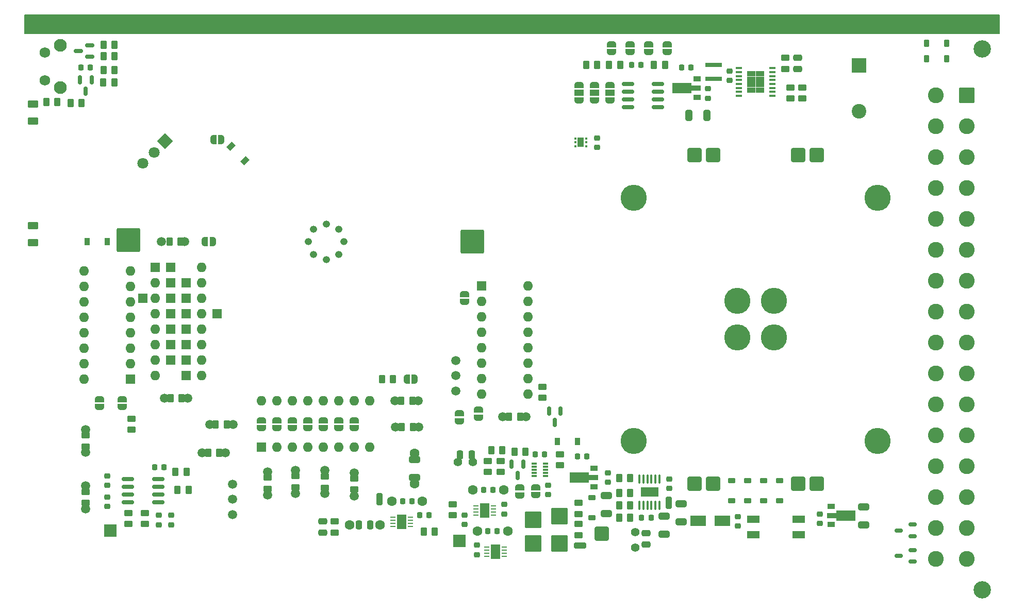
<source format=gbr>
G04 #@! TF.GenerationSoftware,KiCad,Pcbnew,(7.0.0)*
G04 #@! TF.CreationDate,2023-02-17T09:17:20+01:00*
G04 #@! TF.ProjectId,adrmu6layer,6164726d-7536-46c6-9179-65722e6b6963,1.1*
G04 #@! TF.SameCoordinates,Original*
G04 #@! TF.FileFunction,Soldermask,Top*
G04 #@! TF.FilePolarity,Negative*
%FSLAX46Y46*%
G04 Gerber Fmt 4.6, Leading zero omitted, Abs format (unit mm)*
G04 Created by KiCad (PCBNEW (7.0.0)) date 2023-02-17 09:17:20*
%MOMM*%
%LPD*%
G01*
G04 APERTURE LIST*
G04 Aperture macros list*
%AMRoundRect*
0 Rectangle with rounded corners*
0 $1 Rounding radius*
0 $2 $3 $4 $5 $6 $7 $8 $9 X,Y pos of 4 corners*
0 Add a 4 corners polygon primitive as box body*
4,1,4,$2,$3,$4,$5,$6,$7,$8,$9,$2,$3,0*
0 Add four circle primitives for the rounded corners*
1,1,$1+$1,$2,$3*
1,1,$1+$1,$4,$5*
1,1,$1+$1,$6,$7*
1,1,$1+$1,$8,$9*
0 Add four rect primitives between the rounded corners*
20,1,$1+$1,$2,$3,$4,$5,0*
20,1,$1+$1,$4,$5,$6,$7,0*
20,1,$1+$1,$6,$7,$8,$9,0*
20,1,$1+$1,$8,$9,$2,$3,0*%
%AMHorizOval*
0 Thick line with rounded ends*
0 $1 width*
0 $2 $3 position (X,Y) of the first rounded end (center of the circle)*
0 $4 $5 position (X,Y) of the second rounded end (center of the circle)*
0 Add line between two ends*
20,1,$1,$2,$3,$4,$5,0*
0 Add two circle primitives to create the rounded ends*
1,1,$1,$2,$3*
1,1,$1,$4,$5*%
%AMRotRect*
0 Rectangle, with rotation*
0 The origin of the aperture is its center*
0 $1 length*
0 $2 width*
0 $3 Rotation angle, in degrees counterclockwise*
0 Add horizontal line*
21,1,$1,$2,0,0,$3*%
%AMFreePoly0*
4,1,9,3.862500,-0.866500,0.737500,-0.866500,0.737500,-0.450000,-0.737500,-0.450000,-0.737500,0.450000,0.737500,0.450000,0.737500,0.866500,3.862500,0.866500,3.862500,-0.866500,3.862500,-0.866500,$1*%
%AMFreePoly1*
4,1,19,0.500000,-0.750000,0.000000,-0.750000,0.000000,-0.744911,-0.071157,-0.744911,-0.207708,-0.704816,-0.327430,-0.627875,-0.420627,-0.520320,-0.479746,-0.390866,-0.500000,-0.250000,-0.500000,0.250000,-0.479746,0.390866,-0.420627,0.520320,-0.327430,0.627875,-0.207708,0.704816,-0.071157,0.744911,0.000000,0.744911,0.000000,0.750000,0.500000,0.750000,0.500000,-0.750000,0.500000,-0.750000,
$1*%
%AMFreePoly2*
4,1,19,0.000000,0.744911,0.071157,0.744911,0.207708,0.704816,0.327430,0.627875,0.420627,0.520320,0.479746,0.390866,0.500000,0.250000,0.500000,-0.250000,0.479746,-0.390866,0.420627,-0.520320,0.327430,-0.627875,0.207708,-0.704816,0.071157,-0.744911,0.000000,-0.744911,0.000000,-0.750000,-0.500000,-0.750000,-0.500000,0.750000,0.000000,0.750000,0.000000,0.744911,0.000000,0.744911,
$1*%
%AMFreePoly3*
4,1,19,0.550000,-0.750000,0.000000,-0.750000,0.000000,-0.744911,-0.071157,-0.744911,-0.207708,-0.704816,-0.327430,-0.627875,-0.420627,-0.520320,-0.479746,-0.390866,-0.500000,-0.250000,-0.500000,0.250000,-0.479746,0.390866,-0.420627,0.520320,-0.327430,0.627875,-0.207708,0.704816,-0.071157,0.744911,0.000000,0.744911,0.000000,0.750000,0.550000,0.750000,0.550000,-0.750000,0.550000,-0.750000,
$1*%
%AMFreePoly4*
4,1,19,0.000000,0.744911,0.071157,0.744911,0.207708,0.704816,0.327430,0.627875,0.420627,0.520320,0.479746,0.390866,0.500000,0.250000,0.500000,-0.250000,0.479746,-0.390866,0.420627,-0.520320,0.327430,-0.627875,0.207708,-0.704816,0.071157,-0.744911,0.000000,-0.744911,0.000000,-0.750000,-0.550000,-0.750000,-0.550000,0.750000,0.000000,0.750000,0.000000,0.744911,0.000000,0.744911,
$1*%
G04 Aperture macros list end*
%ADD10C,0.150000*%
%ADD11R,0.900000X1.200000*%
%ADD12RoundRect,0.250000X0.262500X0.450000X-0.262500X0.450000X-0.262500X-0.450000X0.262500X-0.450000X0*%
%ADD13RoundRect,0.250000X-0.750000X0.250000X-0.750000X-0.250000X0.750000X-0.250000X0.750000X0.250000X0*%
%ADD14RoundRect,0.250000X-0.262500X-0.450000X0.262500X-0.450000X0.262500X0.450000X-0.262500X0.450000X0*%
%ADD15RoundRect,0.250000X-0.550000X-0.550000X0.550000X-0.550000X0.550000X0.550000X-0.550000X0.550000X0*%
%ADD16R,1.600000X1.600000*%
%ADD17O,1.600000X1.600000*%
%ADD18R,0.850000X0.300000*%
%ADD19RoundRect,0.250000X0.450000X-0.262500X0.450000X0.262500X-0.450000X0.262500X-0.450000X-0.262500X0*%
%ADD20R,1.300000X0.900000*%
%ADD21FreePoly0,180.000000*%
%ADD22C,1.500000*%
%ADD23FreePoly1,90.000000*%
%ADD24FreePoly2,90.000000*%
%ADD25RoundRect,0.250000X-0.650000X0.325000X-0.650000X-0.325000X0.650000X-0.325000X0.650000X0.325000X0*%
%ADD26RoundRect,0.250000X-0.250000X-0.750000X0.250000X-0.750000X0.250000X0.750000X-0.250000X0.750000X0*%
%ADD27RoundRect,0.250000X-0.625000X0.375000X-0.625000X-0.375000X0.625000X-0.375000X0.625000X0.375000X0*%
%ADD28C,1.600000*%
%ADD29RoundRect,0.250001X0.899999X0.899999X-0.899999X0.899999X-0.899999X-0.899999X0.899999X-0.899999X0*%
%ADD30RoundRect,0.225000X-0.250000X0.225000X-0.250000X-0.225000X0.250000X-0.225000X0.250000X0.225000X0*%
%ADD31C,4.300000*%
%ADD32RoundRect,0.250001X-0.899999X-0.899999X0.899999X-0.899999X0.899999X0.899999X-0.899999X0.899999X0*%
%ADD33RoundRect,0.250000X-0.450000X0.262500X-0.450000X-0.262500X0.450000X-0.262500X0.450000X0.262500X0*%
%ADD34C,1.400000*%
%ADD35RoundRect,0.225000X0.250000X-0.225000X0.250000X0.225000X-0.250000X0.225000X-0.250000X-0.225000X0*%
%ADD36FreePoly1,270.000000*%
%ADD37FreePoly2,270.000000*%
%ADD38RoundRect,0.225000X-0.225000X-0.250000X0.225000X-0.250000X0.225000X0.250000X-0.225000X0.250000X0*%
%ADD39RotRect,0.900000X1.200000X315.000000*%
%ADD40C,2.850000*%
%ADD41RoundRect,0.250000X-1.050000X1.050000X-1.050000X-1.050000X1.050000X-1.050000X1.050000X1.050000X0*%
%ADD42C,2.600000*%
%ADD43FreePoly3,90.000000*%
%ADD44R,1.500000X1.000000*%
%ADD45FreePoly4,90.000000*%
%ADD46RoundRect,0.062500X-0.375000X-0.062500X0.375000X-0.062500X0.375000X0.062500X-0.375000X0.062500X0*%
%ADD47R,1.600000X2.340000*%
%ADD48RoundRect,0.093750X-0.093750X-0.106250X0.093750X-0.106250X0.093750X0.106250X-0.093750X0.106250X0*%
%ADD49R,1.000000X1.600000*%
%ADD50FreePoly1,0.000000*%
%ADD51FreePoly2,0.000000*%
%ADD52RoundRect,0.250002X-1.699998X-1.699998X1.699998X-1.699998X1.699998X1.699998X-1.699998X1.699998X0*%
%ADD53RoundRect,0.250000X0.250000X0.475000X-0.250000X0.475000X-0.250000X-0.475000X0.250000X-0.475000X0*%
%ADD54RoundRect,0.100000X-0.100000X0.625000X-0.100000X-0.625000X0.100000X-0.625000X0.100000X0.625000X0*%
%ADD55R,2.850000X1.650000*%
%ADD56RoundRect,0.150000X-0.150000X0.587500X-0.150000X-0.587500X0.150000X-0.587500X0.150000X0.587500X0*%
%ADD57RoundRect,0.150000X-0.825000X-0.150000X0.825000X-0.150000X0.825000X0.150000X-0.825000X0.150000X0*%
%ADD58RoundRect,0.225000X-0.375000X0.225000X-0.375000X-0.225000X0.375000X-0.225000X0.375000X0.225000X0*%
%ADD59RotRect,1.800000X1.800000X225.000000*%
%ADD60HorizOval,1.800000X0.000000X0.000000X0.000000X0.000000X0*%
%ADD61R,2.400000X2.400000*%
%ADD62C,2.400000*%
%ADD63RoundRect,0.225000X0.225000X0.250000X-0.225000X0.250000X-0.225000X-0.250000X0.225000X-0.250000X0*%
%ADD64RoundRect,0.225000X-0.225000X-0.375000X0.225000X-0.375000X0.225000X0.375000X-0.225000X0.375000X0*%
%ADD65RoundRect,0.150000X0.587500X0.150000X-0.587500X0.150000X-0.587500X-0.150000X0.587500X-0.150000X0*%
%ADD66RoundRect,0.250000X-1.125000X-1.125000X1.125000X-1.125000X1.125000X1.125000X-1.125000X1.125000X0*%
%ADD67RoundRect,0.225000X0.375000X-0.225000X0.375000X0.225000X-0.375000X0.225000X-0.375000X-0.225000X0*%
%ADD68RoundRect,0.250000X0.475000X-0.250000X0.475000X0.250000X-0.475000X0.250000X-0.475000X-0.250000X0*%
%ADD69FreePoly1,180.000000*%
%ADD70FreePoly2,180.000000*%
%ADD71RoundRect,0.150000X0.512500X0.150000X-0.512500X0.150000X-0.512500X-0.150000X0.512500X-0.150000X0*%
%ADD72R,1.050000X0.450000*%
%ADD73R,1.470000X0.895000*%
%ADD74RoundRect,0.062500X0.375000X0.062500X-0.375000X0.062500X-0.375000X-0.062500X0.375000X-0.062500X0*%
%ADD75R,2.700000X0.800000*%
%ADD76R,2.000000X2.000000*%
%ADD77O,1.200000X1.200000*%
%ADD78FreePoly0,0.000000*%
%ADD79RoundRect,0.218750X-0.256250X0.218750X-0.256250X-0.218750X0.256250X-0.218750X0.256250X0.218750X0*%
%ADD80RoundRect,0.250000X-0.250000X-0.475000X0.250000X-0.475000X0.250000X0.475000X-0.250000X0.475000X0*%
%ADD81R,2.000000X1.200000*%
%ADD82RoundRect,0.250000X0.325000X0.650000X-0.325000X0.650000X-0.325000X-0.650000X0.325000X-0.650000X0*%
%ADD83RoundRect,0.250000X0.650000X-0.325000X0.650000X0.325000X-0.650000X0.325000X-0.650000X-0.325000X0*%
%ADD84C,2.100000*%
%ADD85C,1.750000*%
%ADD86R,2.500000X1.800000*%
G04 APERTURE END LIST*
D10*
X70000000Y-50000000D02*
X230000000Y-50000000D01*
X230000000Y-50000000D02*
X230000000Y-53000000D01*
X230000000Y-53000000D02*
X70000000Y-53000000D01*
X70000000Y-53000000D02*
X70000000Y-50000000D01*
G36*
X70000000Y-50000000D02*
G01*
X230000000Y-50000000D01*
X230000000Y-53000000D01*
X70000000Y-53000000D01*
X70000000Y-50000000D01*
G37*
D11*
G04 #@! TO.C,D401*
X157449999Y-120099999D03*
X160749999Y-120099999D03*
G04 #@! TD*
D12*
G04 #@! TO.C,R306*
X167763900Y-58209600D03*
X165938900Y-58209600D03*
G04 #@! TD*
D13*
G04 #@! TO.C,J401*
X161200000Y-137200000D03*
G04 #@! TD*
D14*
G04 #@! TO.C,R303*
X73509500Y-64262000D03*
X75334500Y-64262000D03*
G04 #@! TD*
D15*
G04 #@! TO.C,J217*
X93980000Y-106680000D03*
G04 #@! TD*
D16*
G04 #@! TO.C,RN401*
X144999999Y-94499999D03*
D17*
X144999999Y-97039999D03*
X144999999Y-99579999D03*
X144999999Y-102119999D03*
X144999999Y-104659999D03*
X144999999Y-107199999D03*
X144999999Y-109739999D03*
X144999999Y-112279999D03*
X152619999Y-112279999D03*
X152619999Y-109739999D03*
X152619999Y-107199999D03*
X152619999Y-104659999D03*
X152619999Y-102119999D03*
X152619999Y-99579999D03*
X152619999Y-97039999D03*
X152619999Y-94499999D03*
G04 #@! TD*
D18*
G04 #@! TO.C,U402*
X155507999Y-125713519D03*
X155507999Y-125213519D03*
X155507999Y-124713519D03*
X155507999Y-124213519D03*
X155507999Y-123713519D03*
X153607999Y-123713519D03*
X153607999Y-124213519D03*
X153607999Y-124713519D03*
X153607999Y-125213519D03*
X153607999Y-125713519D03*
G04 #@! TD*
D19*
G04 #@! TO.C,R203*
X87000000Y-133666876D03*
X87000000Y-131841876D03*
G04 #@! TD*
D20*
G04 #@! TO.C,U301*
X180349999Y-63499999D03*
D21*
X180262500Y-62000000D03*
D20*
X180349999Y-60499999D03*
G04 #@! TD*
D19*
G04 #@! TO.C,R401*
X120900000Y-135025000D03*
X120900000Y-133200000D03*
G04 #@! TD*
D22*
G04 #@! TO.C,R202*
X92950000Y-113000000D03*
X96750000Y-113000000D03*
G04 #@! TD*
D23*
G04 #@! TO.C,JP410*
X153900000Y-128900000D03*
D24*
X153900000Y-127600000D03*
G04 #@! TD*
D25*
G04 #@! TO.C,C316*
X207761000Y-130811000D03*
X207761000Y-133761000D03*
G04 #@! TD*
D26*
G04 #@! TO.C,J306*
X175718500Y-130149600D03*
G04 #@! TD*
D27*
G04 #@! TO.C,D306*
X71375000Y-84600000D03*
X71375000Y-87400000D03*
G04 #@! TD*
D14*
G04 #@! TO.C,R312*
X167593000Y-130565000D03*
X169418000Y-130565000D03*
G04 #@! TD*
D28*
G04 #@! TO.C,C401*
X128300000Y-133800000D03*
X123300000Y-133800000D03*
G04 #@! TD*
D29*
G04 #@! TO.C,J305*
X180000000Y-127000000D03*
G04 #@! TD*
D30*
G04 #@! TO.C,C403*
X144200000Y-137125000D03*
X144200000Y-138675000D03*
G04 #@! TD*
D14*
G04 #@! TO.C,R318*
X82887500Y-61050000D03*
X84712500Y-61050000D03*
G04 #@! TD*
D20*
G04 #@! TO.C,U306*
X163449999Y-127499999D03*
D21*
X163362500Y-126000000D03*
D20*
X163449999Y-124499999D03*
G04 #@! TD*
D31*
G04 #@! TO.C,H303*
X170000000Y-120000000D03*
G04 #@! TD*
D23*
G04 #@! TO.C,JP411*
X151300000Y-128950000D03*
D24*
X151300000Y-127650000D03*
G04 #@! TD*
D32*
G04 #@! TO.C,J301*
X197000000Y-73000000D03*
G04 #@! TD*
D33*
G04 #@! TO.C,R415*
X148100000Y-123287500D03*
X148100000Y-125112500D03*
G04 #@! TD*
D15*
G04 #@! TO.C,J210*
X96520000Y-93980000D03*
G04 #@! TD*
D34*
G04 #@! TO.C,C414*
X170200000Y-137500000D03*
X170200000Y-135000000D03*
G04 #@! TD*
D35*
G04 #@! TO.C,C203*
X94000000Y-133775000D03*
X94000000Y-132225000D03*
G04 #@! TD*
D14*
G04 #@! TO.C,R215*
X131787500Y-113400000D03*
X133612500Y-113400000D03*
G04 #@! TD*
D12*
G04 #@! TO.C,R406*
X148400000Y-121500000D03*
X146575000Y-121500000D03*
G04 #@! TD*
D36*
G04 #@! TO.C,JP407*
X141400000Y-115450000D03*
D37*
X141400000Y-116750000D03*
G04 #@! TD*
D38*
G04 #@! TO.C,C311*
X169632400Y-58209600D03*
X171182400Y-58209600D03*
G04 #@! TD*
D31*
G04 #@! TO.C,H306*
X187000000Y-97000000D03*
G04 #@! TD*
D32*
G04 #@! TO.C,J106*
X164700000Y-135200000D03*
G04 #@! TD*
D39*
G04 #@! TO.C,D201*
X103833273Y-71587649D03*
X106166725Y-73921101D03*
G04 #@! TD*
D12*
G04 #@! TO.C,R305*
X175129900Y-58209600D03*
X173304900Y-58209600D03*
G04 #@! TD*
D19*
G04 #@! TO.C,R222*
X80000000Y-130162500D03*
X80000000Y-128337500D03*
G04 #@! TD*
D23*
G04 #@! TO.C,JP204*
X119034624Y-117899000D03*
D24*
X119034624Y-116599000D03*
G04 #@! TD*
D40*
G04 #@! TO.C,J101*
X227240000Y-55550000D03*
X227240000Y-144450000D03*
D41*
X224700000Y-63170000D03*
D42*
X224700000Y-68250000D03*
X224700000Y-73330000D03*
X224700000Y-78410000D03*
X224700000Y-83490000D03*
X224700000Y-88570000D03*
X224700000Y-93650000D03*
X224700000Y-98730000D03*
X224700000Y-103810000D03*
X224700000Y-108890000D03*
X224700000Y-113970000D03*
X224700000Y-119050000D03*
X224700000Y-124130000D03*
X224700000Y-129210000D03*
X224700000Y-134290000D03*
X224700000Y-139370000D03*
X219620000Y-63170000D03*
X219620000Y-68250000D03*
X219620000Y-73330000D03*
X219620000Y-78410000D03*
X219620000Y-83490000D03*
X219620000Y-88570000D03*
X219620000Y-93650000D03*
X219620000Y-98730000D03*
X219620000Y-103810000D03*
X219620000Y-108890000D03*
X219620000Y-113970000D03*
X219620000Y-119050000D03*
X219620000Y-124130000D03*
X219620000Y-129210000D03*
X219620000Y-134290000D03*
X219620000Y-139370000D03*
G04 #@! TD*
D43*
G04 #@! TO.C,JP307*
X163502900Y-64052360D03*
D44*
X163502899Y-62752359D03*
D45*
X163502900Y-61452360D03*
G04 #@! TD*
D22*
G04 #@! TO.C,R213*
X130800000Y-113400000D03*
X134600000Y-113400000D03*
G04 #@! TD*
D33*
G04 #@! TO.C,R304*
X195700000Y-61887500D03*
X195700000Y-63712500D03*
G04 #@! TD*
D46*
G04 #@! TO.C,U401*
X130462500Y-132550000D03*
X130462500Y-133050000D03*
X130462500Y-133550000D03*
X130462500Y-134050000D03*
X133337500Y-134050000D03*
X133337500Y-133550000D03*
X133337500Y-133050000D03*
X133337500Y-132550000D03*
D47*
X131899999Y-133299999D03*
G04 #@! TD*
D15*
G04 #@! TO.C,J208*
X96520000Y-104140000D03*
G04 #@! TD*
D48*
G04 #@! TO.C,U303*
X160396500Y-70274000D03*
X160396500Y-70924000D03*
X160396500Y-71574000D03*
X162171500Y-71574000D03*
X162171500Y-70924000D03*
X162171500Y-70274000D03*
D49*
X161283999Y-70923999D03*
G04 #@! TD*
D50*
G04 #@! TO.C,JP223*
X99550000Y-87254000D03*
D51*
X100850000Y-87254000D03*
G04 #@! TD*
D22*
G04 #@! TO.C,R402*
X124114624Y-125240000D03*
X124114624Y-129040000D03*
G04 #@! TD*
D23*
G04 #@! TO.C,JP302*
X172439400Y-56065600D03*
D24*
X172439400Y-54765600D03*
G04 #@! TD*
D31*
G04 #@! TO.C,H304*
X187000000Y-103000000D03*
G04 #@! TD*
D33*
G04 #@! TO.C,R403*
X124114624Y-126165000D03*
X124114624Y-127990000D03*
G04 #@! TD*
G04 #@! TO.C,R301*
X197700000Y-61887500D03*
X197700000Y-63712500D03*
G04 #@! TD*
G04 #@! TO.C,R212*
X109890624Y-126038000D03*
X109890624Y-127863000D03*
G04 #@! TD*
D38*
G04 #@! TO.C,C419*
X146025000Y-134800000D03*
X147575000Y-134800000D03*
G04 #@! TD*
D33*
G04 #@! TO.C,R218*
X87500000Y-116337500D03*
X87500000Y-118162500D03*
G04 #@! TD*
D23*
G04 #@! TO.C,JP405*
X142240000Y-97170000D03*
D24*
X142240000Y-95870000D03*
G04 #@! TD*
D33*
G04 #@! TO.C,R404*
X119288624Y-125846500D03*
X119288624Y-127671500D03*
G04 #@! TD*
D22*
G04 #@! TO.C,R217*
X104150000Y-117300000D03*
X100350000Y-117300000D03*
G04 #@! TD*
D25*
G04 #@! TO.C,C312*
X174956500Y-132383000D03*
X174956500Y-135333000D03*
G04 #@! TD*
D12*
G04 #@! TO.C,R221*
X96562500Y-125050000D03*
X94737500Y-125050000D03*
G04 #@! TD*
D52*
G04 #@! TO.C,J105*
X143499624Y-87249000D03*
G04 #@! TD*
D53*
G04 #@! TO.C,C420*
X143350000Y-122300000D03*
X141450000Y-122300000D03*
G04 #@! TD*
D54*
G04 #@! TO.C,U305*
X174194500Y-126256000D03*
X173544500Y-126256000D03*
X172894500Y-126256000D03*
X172244500Y-126256000D03*
X171594500Y-126256000D03*
X170944500Y-126256000D03*
X170944500Y-130556000D03*
X171594500Y-130556000D03*
X172244500Y-130556000D03*
X172894500Y-130556000D03*
X173544500Y-130556000D03*
X174194500Y-130556000D03*
D55*
X172569499Y-128405999D03*
G04 #@! TD*
D15*
G04 #@! TO.C,J212*
X93980000Y-104140000D03*
G04 #@! TD*
D46*
G04 #@! TO.C,U403*
X144062500Y-130650000D03*
X144062500Y-131150000D03*
X144062500Y-131650000D03*
X144062500Y-132150000D03*
X146937500Y-132150000D03*
X146937500Y-131650000D03*
X146937500Y-131150000D03*
X146937500Y-130650000D03*
D47*
X145499999Y-131399999D03*
G04 #@! TD*
D22*
G04 #@! TO.C,RN402*
X140750000Y-111750000D03*
X140750000Y-109250000D03*
X140750000Y-106750000D03*
G04 #@! TD*
D19*
G04 #@! TO.C,R409*
X146000000Y-125112500D03*
X146000000Y-123287500D03*
G04 #@! TD*
D56*
G04 #@! TO.C,Q401*
X151840000Y-123782500D03*
X149940000Y-123782500D03*
X150890000Y-125657500D03*
G04 #@! TD*
D15*
G04 #@! TO.C,J207*
X96520000Y-101600000D03*
G04 #@! TD*
D22*
G04 #@! TO.C,R208*
X114462624Y-124859000D03*
X114462624Y-128659000D03*
G04 #@! TD*
G04 #@! TO.C,R214*
X109890624Y-125113000D03*
X109890624Y-128913000D03*
G04 #@! TD*
D14*
G04 #@! TO.C,R209*
X131872000Y-117700000D03*
X133697000Y-117700000D03*
G04 #@! TD*
D35*
G04 #@! TO.C,C308*
X164000000Y-71775000D03*
X164000000Y-70225000D03*
G04 #@! TD*
D15*
G04 #@! TO.C,J204*
X93980000Y-93980000D03*
G04 #@! TD*
G04 #@! TO.C,J206*
X96520000Y-99060000D03*
G04 #@! TD*
D57*
G04 #@! TO.C,U304*
X169025000Y-61295000D03*
X169025000Y-62565000D03*
X169025000Y-63835000D03*
X169025000Y-65105000D03*
X173975000Y-65105000D03*
X173975000Y-63835000D03*
X173975000Y-62565000D03*
X173975000Y-61295000D03*
G04 #@! TD*
D23*
G04 #@! TO.C,JP206*
X111414624Y-117899000D03*
D24*
X111414624Y-116599000D03*
G04 #@! TD*
D14*
G04 #@! TO.C,R314*
X82907500Y-56769000D03*
X84732500Y-56769000D03*
G04 #@! TD*
D58*
G04 #@! TO.C,D307*
X163100000Y-129344000D03*
X163100000Y-132644000D03*
G04 #@! TD*
D28*
G04 #@! TO.C,C404*
X134000000Y-122000000D03*
X134000000Y-127000000D03*
G04 #@! TD*
D59*
G04 #@! TO.C,Q201*
X92999999Y-70754375D03*
D60*
X91203948Y-72550426D03*
X89407897Y-74346477D03*
G04 #@! TD*
D30*
G04 #@! TO.C,C302*
X182200000Y-62125000D03*
X182200000Y-63675000D03*
G04 #@! TD*
D57*
G04 #@! TO.C,U202*
X86939624Y-126271500D03*
X86939624Y-127541500D03*
X86939624Y-128811500D03*
X86939624Y-130081500D03*
X91889624Y-130081500D03*
X91889624Y-128811500D03*
X91889624Y-127541500D03*
X91889624Y-126271500D03*
G04 #@! TD*
D15*
G04 #@! TO.C,J205*
X93980000Y-96520000D03*
G04 #@! TD*
D12*
G04 #@! TO.C,R310*
X169418000Y-126120000D03*
X167593000Y-126120000D03*
G04 #@! TD*
D31*
G04 #@! TO.C,H302*
X193000000Y-103000000D03*
G04 #@! TD*
D16*
G04 #@! TO.C,RN201*
X91439999Y-91439999D03*
D17*
X91439999Y-93979999D03*
X91439999Y-96519999D03*
X91439999Y-99059999D03*
X91439999Y-101599999D03*
X91439999Y-104139999D03*
X91439999Y-106679999D03*
X91439999Y-109219999D03*
X99059999Y-109219999D03*
X99059999Y-106679999D03*
X99059999Y-104139999D03*
X99059999Y-101599999D03*
X99059999Y-99059999D03*
X99059999Y-96519999D03*
X99059999Y-93979999D03*
X99059999Y-91439999D03*
G04 #@! TD*
D15*
G04 #@! TO.C,J216*
X101600000Y-99060000D03*
G04 #@! TD*
D43*
G04 #@! TO.C,JP306*
X160962900Y-64052360D03*
D44*
X160962899Y-62752359D03*
D45*
X160962900Y-61452360D03*
G04 #@! TD*
D23*
G04 #@! TO.C,JP301*
X166343400Y-56065600D03*
D24*
X166343400Y-54765600D03*
G04 #@! TD*
D15*
G04 #@! TO.C,J214*
X93980000Y-91440000D03*
G04 #@! TD*
D61*
G04 #@! TO.C,C303*
X206999999Y-58287245D03*
D62*
X207000000Y-65787246D03*
G04 #@! TD*
D11*
G04 #@! TO.C,D202*
X83525999Y-87266999D03*
X80225999Y-87266999D03*
G04 #@! TD*
D63*
G04 #@! TO.C,C417*
X146875000Y-128000000D03*
X145325000Y-128000000D03*
G04 #@! TD*
D12*
G04 #@! TO.C,R205*
X96912500Y-128000000D03*
X95087500Y-128000000D03*
G04 #@! TD*
D64*
G04 #@! TO.C,D309*
X218060000Y-54610000D03*
X221360000Y-54610000D03*
G04 #@! TD*
D22*
G04 #@! TO.C,R405*
X119288624Y-124859000D03*
X119288624Y-128659000D03*
G04 #@! TD*
D23*
G04 #@! TO.C,JP211*
X113954624Y-117899000D03*
D24*
X113954624Y-116599000D03*
G04 #@! TD*
D34*
G04 #@! TO.C,C412*
X143600000Y-123500000D03*
X141100000Y-123500000D03*
G04 #@! TD*
D15*
G04 #@! TO.C,J202*
X93980000Y-99060000D03*
G04 #@! TD*
D65*
G04 #@! TO.C,Q302*
X80644651Y-56830000D03*
X80644651Y-54930000D03*
X78769651Y-55880000D03*
G04 #@! TD*
D22*
G04 #@! TO.C,R223*
X80000000Y-127350000D03*
X80000000Y-131150000D03*
G04 #@! TD*
D63*
G04 #@! TO.C,C315*
X162275000Y-122500000D03*
X160725000Y-122500000D03*
G04 #@! TD*
G04 #@! TO.C,C318*
X80775000Y-58600000D03*
X79225000Y-58600000D03*
G04 #@! TD*
D31*
G04 #@! TO.C,H301*
X210000000Y-120000000D03*
G04 #@! TD*
D14*
G04 #@! TO.C,R411*
X150387500Y-121800000D03*
X152212500Y-121800000D03*
G04 #@! TD*
D52*
G04 #@! TO.C,J104*
X87000000Y-87000000D03*
G04 #@! TD*
D22*
G04 #@! TO.C,R407*
X148500000Y-116000000D03*
X152300000Y-116000000D03*
G04 #@! TD*
D56*
G04 #@! TO.C,Q303*
X80950000Y-60612500D03*
X79050000Y-60612500D03*
X80000000Y-62487500D03*
G04 #@! TD*
D36*
G04 #@! TO.C,JP402*
X124114624Y-116599000D03*
D37*
X124114624Y-117899000D03*
G04 #@! TD*
D38*
G04 #@! TO.C,C410*
X153795000Y-122160000D03*
X155345000Y-122160000D03*
G04 #@! TD*
D63*
G04 #@! TO.C,C305*
X179375000Y-58600000D03*
X177825000Y-58600000D03*
G04 #@! TD*
D66*
G04 #@! TO.C,J102*
X153500000Y-132987500D03*
G04 #@! TD*
D67*
G04 #@! TO.C,D302*
X188700000Y-129850000D03*
X188700000Y-126550000D03*
G04 #@! TD*
D22*
G04 #@! TO.C,RN202*
X104140000Y-132080000D03*
X104140000Y-129580000D03*
X104140000Y-127080000D03*
G04 #@! TD*
D28*
G04 #@! TO.C,C408*
X135300000Y-129900000D03*
X130300000Y-129900000D03*
G04 #@! TD*
D38*
G04 #@! TO.C,C310*
X171286500Y-132597000D03*
X172836500Y-132597000D03*
G04 #@! TD*
D68*
G04 #@! TO.C,C407*
X118950000Y-135062500D03*
X118950000Y-133162500D03*
G04 #@! TD*
D69*
G04 #@! TO.C,JPH201*
X102250000Y-70485000D03*
D70*
X100950000Y-70485000D03*
G04 #@! TD*
D30*
G04 #@! TO.C,C406*
X142200000Y-132200000D03*
X142200000Y-133750000D03*
G04 #@! TD*
G04 #@! TO.C,C309*
X175836300Y-126275800D03*
X175836300Y-127825800D03*
G04 #@! TD*
D15*
G04 #@! TO.C,J211*
X93980000Y-101600000D03*
G04 #@! TD*
D33*
G04 #@! TO.C,R224*
X80000000Y-119087500D03*
X80000000Y-120912500D03*
G04 #@! TD*
D35*
G04 #@! TO.C,C314*
X165750000Y-126775000D03*
X165750000Y-125225000D03*
G04 #@! TD*
D12*
G04 #@! TO.C,R311*
X169418000Y-132597000D03*
X167593000Y-132597000D03*
G04 #@! TD*
G04 #@! TO.C,R315*
X84732500Y-54864000D03*
X82907500Y-54864000D03*
G04 #@! TD*
G04 #@! TO.C,R307*
X164004700Y-58158800D03*
X162179700Y-58158800D03*
G04 #@! TD*
D33*
G04 #@! TO.C,R413*
X160900000Y-133625000D03*
X160900000Y-135450000D03*
G04 #@! TD*
D19*
G04 #@! TO.C,R309*
X157900000Y-124012500D03*
X157900000Y-122187500D03*
G04 #@! TD*
D31*
G04 #@! TO.C,H308*
X193000000Y-97000000D03*
G04 #@! TD*
D12*
G04 #@! TO.C,R216*
X103162500Y-117300000D03*
X101337500Y-117300000D03*
G04 #@! TD*
D25*
G04 #@! TO.C,C418*
X134000000Y-123025000D03*
X134000000Y-125975000D03*
G04 #@! TD*
D15*
G04 #@! TO.C,J203*
X96520000Y-109220000D03*
G04 #@! TD*
D23*
G04 #@! TO.C,JP303*
X175487400Y-56065600D03*
D24*
X175487400Y-54765600D03*
G04 #@! TD*
D71*
G04 #@! TO.C,D403*
X215762000Y-135636000D03*
X215762000Y-133736000D03*
X213487000Y-134686000D03*
G04 #@! TD*
D72*
G04 #@! TO.C,U302*
X192774999Y-63274999D03*
X192774999Y-62624999D03*
X192774999Y-61974999D03*
X192774999Y-61324999D03*
X192774999Y-60674999D03*
X192774999Y-60024999D03*
X192774999Y-59374999D03*
X192774999Y-58724999D03*
X187224999Y-58724999D03*
X187224999Y-59374999D03*
X187224999Y-60024999D03*
X187224999Y-60674999D03*
X187224999Y-61324999D03*
X187224999Y-61974999D03*
X187224999Y-62624999D03*
X187224999Y-63274999D03*
D73*
X190734999Y-62342499D03*
X190734999Y-61447499D03*
X190734999Y-60552499D03*
X190734999Y-59657499D03*
X189264999Y-62342499D03*
X189264999Y-61447499D03*
X189264999Y-60552499D03*
X189264999Y-59657499D03*
G04 #@! TD*
D15*
G04 #@! TO.C,J215*
X89408000Y-96520000D03*
G04 #@! TD*
D74*
G04 #@! TO.C,U404*
X148737500Y-138950000D03*
X148737500Y-138450000D03*
X148737500Y-137950000D03*
X148737500Y-137450000D03*
X145862500Y-137450000D03*
X145862500Y-137950000D03*
X145862500Y-138450000D03*
X145862500Y-138950000D03*
D47*
X147299999Y-138199999D03*
G04 #@! TD*
D30*
G04 #@! TO.C,C317*
X200515500Y-132011000D03*
X200515500Y-133561000D03*
G04 #@! TD*
D19*
G04 #@! TO.C,R204*
X89750000Y-133662500D03*
X89750000Y-131837500D03*
G04 #@! TD*
D12*
G04 #@! TO.C,R316*
X79312500Y-64450000D03*
X77487500Y-64450000D03*
G04 #@! TD*
G04 #@! TO.C,R410*
X137312500Y-134900000D03*
X135487500Y-134900000D03*
G04 #@! TD*
D35*
G04 #@! TO.C,C405*
X148700000Y-132000000D03*
X148700000Y-130450000D03*
G04 #@! TD*
D75*
G04 #@! TO.C,L301*
X183099999Y-58149999D03*
X183099999Y-60449999D03*
G04 #@! TD*
D66*
G04 #@! TO.C,J103*
X157756000Y-132375500D03*
G04 #@! TD*
D56*
G04 #@! TO.C,Q301*
X157950000Y-115062500D03*
X156050000Y-115062500D03*
X157000000Y-116937500D03*
G04 #@! TD*
D76*
G04 #@! TO.C,TP401*
X141399999Y-136399999D03*
G04 #@! TD*
D33*
G04 #@! TO.C,R414*
X160900000Y-130175000D03*
X160900000Y-132000000D03*
G04 #@! TD*
D19*
G04 #@! TO.C,R308*
X155000000Y-112912500D03*
X155000000Y-111087500D03*
G04 #@! TD*
D77*
G04 #@! TO.C,U201*
X119499623Y-84333999D03*
X117434871Y-85189247D03*
X116579623Y-87253999D03*
X117434871Y-89318751D03*
X119499623Y-90173999D03*
X121564375Y-89318751D03*
X122419623Y-87253999D03*
X121564375Y-85189247D03*
G04 #@! TD*
D23*
G04 #@! TO.C,JP222*
X86000000Y-114404376D03*
D24*
X86000000Y-113104376D03*
G04 #@! TD*
D32*
G04 #@! TO.C,J302*
X180000000Y-73000000D03*
G04 #@! TD*
D30*
G04 #@! TO.C,C205*
X83500000Y-125725000D03*
X83500000Y-127275000D03*
G04 #@! TD*
D20*
G04 #@! TO.C,U307*
X202365499Y-130738999D03*
D78*
X202453000Y-132239000D03*
D20*
X202365499Y-133738999D03*
G04 #@! TD*
D79*
G04 #@! TO.C,F301*
X187100000Y-132400000D03*
X187100000Y-133975000D03*
G04 #@! TD*
D43*
G04 #@! TO.C,JP305*
X166042900Y-64052360D03*
D44*
X166042899Y-62752359D03*
D45*
X166042900Y-61452360D03*
G04 #@! TD*
D63*
G04 #@! TO.C,C402*
X136375000Y-132200000D03*
X134825000Y-132200000D03*
G04 #@! TD*
D76*
G04 #@! TO.C,TP201*
X83999999Y-134749999D03*
G04 #@! TD*
D27*
G04 #@! TO.C,D301*
X71375000Y-64600000D03*
X71375000Y-67400000D03*
G04 #@! TD*
D22*
G04 #@! TO.C,R220*
X96200000Y-87249000D03*
X92400000Y-87249000D03*
G04 #@! TD*
D23*
G04 #@! TO.C,JP210*
X108874624Y-117899000D03*
D24*
X108874624Y-116599000D03*
G04 #@! TD*
D16*
G04 #@! TO.C,RN204*
X87332262Y-109834375D03*
D17*
X87332262Y-107294375D03*
X87332262Y-104754375D03*
X87332262Y-102214375D03*
X87332262Y-99674375D03*
X87332262Y-97134375D03*
X87332262Y-94594375D03*
X87332262Y-92054375D03*
X79712262Y-92054375D03*
X79712262Y-94594375D03*
X79712262Y-97134375D03*
X79712262Y-99674375D03*
X79712262Y-102214375D03*
X79712262Y-104754375D03*
X79712262Y-107294375D03*
X79712262Y-109834375D03*
G04 #@! TD*
D33*
G04 #@! TO.C,R206*
X114462624Y-125784000D03*
X114462624Y-127609000D03*
G04 #@! TD*
D12*
G04 #@! TO.C,R219*
X95563124Y-87249000D03*
X93738124Y-87249000D03*
G04 #@! TD*
D32*
G04 #@! TO.C,J310*
X200000000Y-127000000D03*
G04 #@! TD*
D12*
G04 #@! TO.C,R234*
X130452500Y-109855000D03*
X128627500Y-109855000D03*
G04 #@! TD*
D36*
G04 #@! TO.C,JP406*
X144500000Y-114850000D03*
D37*
X144500000Y-116150000D03*
G04 #@! TD*
D22*
G04 #@! TO.C,R225*
X80000000Y-121900000D03*
X80000000Y-118100000D03*
G04 #@! TD*
D50*
G04 #@! TO.C,JPB201*
X132700000Y-109855000D03*
D51*
X134000000Y-109855000D03*
G04 #@! TD*
D35*
G04 #@! TO.C,C411*
X155900000Y-128832500D03*
X155900000Y-127282500D03*
G04 #@! TD*
D64*
G04 #@! TO.C,D310*
X218060000Y-57150000D03*
X221360000Y-57150000D03*
G04 #@! TD*
D80*
G04 #@! TO.C,C415*
X124850000Y-133800000D03*
X126750000Y-133800000D03*
G04 #@! TD*
D81*
G04 #@! TO.C,FL301*
X189598999Y-132829999D03*
X189598999Y-135369999D03*
X197098999Y-135369999D03*
X197098999Y-132829999D03*
G04 #@! TD*
D12*
G04 #@! TO.C,R210*
X101912500Y-121918000D03*
X100087500Y-121918000D03*
G04 #@! TD*
D16*
G04 #@! TO.C,RN203*
X108874623Y-121048999D03*
D17*
X111414623Y-121048999D03*
X113954623Y-121048999D03*
X116494623Y-121048999D03*
X119034623Y-121048999D03*
X121574623Y-121048999D03*
X124114623Y-121048999D03*
X126654623Y-121048999D03*
X126654623Y-113428999D03*
X121574623Y-113428999D03*
X124114623Y-113428999D03*
X116494623Y-113428999D03*
X119034623Y-113428999D03*
X113954623Y-113428999D03*
X111414623Y-113428999D03*
X108874623Y-113428999D03*
G04 #@! TD*
D58*
G04 #@! TO.C,D305*
X193900000Y-126550000D03*
X193900000Y-129850000D03*
G04 #@! TD*
D26*
G04 #@! TO.C,J307*
X128200000Y-129600000D03*
G04 #@! TD*
D29*
G04 #@! TO.C,J304*
X183000000Y-127000000D03*
G04 #@! TD*
D22*
G04 #@! TO.C,R211*
X102900000Y-121918000D03*
X99100000Y-121918000D03*
G04 #@! TD*
D63*
G04 #@! TO.C,C416*
X133575000Y-129900000D03*
X132025000Y-129900000D03*
G04 #@! TD*
D82*
G04 #@! TO.C,C306*
X181975000Y-66500000D03*
X179025000Y-66500000D03*
G04 #@! TD*
D15*
G04 #@! TO.C,J201*
X96520000Y-96520000D03*
G04 #@! TD*
D38*
G04 #@! TO.C,C202*
X91335624Y-124351000D03*
X92885624Y-124351000D03*
G04 #@! TD*
D22*
G04 #@! TO.C,R207*
X130900000Y-117700000D03*
X134700000Y-117700000D03*
G04 #@! TD*
D83*
G04 #@! TO.C,C313*
X165500000Y-131929000D03*
X165500000Y-128979000D03*
G04 #@! TD*
D23*
G04 #@! TO.C,JP304*
X169391400Y-56065600D03*
D24*
X169391400Y-54765600D03*
G04 #@! TD*
D14*
G04 #@! TO.C,R201*
X93937500Y-113000000D03*
X95762500Y-113000000D03*
G04 #@! TD*
D35*
G04 #@! TO.C,C301*
X185700000Y-60719000D03*
X185700000Y-59169000D03*
G04 #@! TD*
D66*
G04 #@! TO.C,J107*
X153500000Y-136820500D03*
G04 #@! TD*
D67*
G04 #@! TO.C,D304*
X191300000Y-129850000D03*
X191300000Y-126550000D03*
G04 #@! TD*
D29*
G04 #@! TO.C,J308*
X197000000Y-127000000D03*
G04 #@! TD*
D19*
G04 #@! TO.C,R302*
X194832000Y-58824500D03*
X194832000Y-56999500D03*
G04 #@! TD*
D28*
G04 #@! TO.C,C413*
X144300000Y-134800000D03*
X149300000Y-134800000D03*
G04 #@! TD*
D84*
G04 #@! TO.C,SW301*
X75790000Y-61945000D03*
X75790000Y-54935000D03*
D85*
X73300000Y-60695000D03*
X73300000Y-56195000D03*
G04 #@! TD*
D71*
G04 #@! TO.C,D402*
X215773000Y-139827000D03*
X215773000Y-137927000D03*
X213498000Y-138877000D03*
G04 #@! TD*
D35*
G04 #@! TO.C,C201*
X92000000Y-133775000D03*
X92000000Y-132225000D03*
G04 #@! TD*
D68*
G04 #@! TO.C,C304*
X196864000Y-58862000D03*
X196864000Y-56962000D03*
G04 #@! TD*
D14*
G04 #@! TO.C,R408*
X149487500Y-116000000D03*
X151312500Y-116000000D03*
G04 #@! TD*
D12*
G04 #@! TO.C,R317*
X84732500Y-59029600D03*
X82907500Y-59029600D03*
G04 #@! TD*
D28*
G04 #@! TO.C,C409*
X148600000Y-128050000D03*
X143600000Y-128050000D03*
G04 #@! TD*
D86*
G04 #@! TO.C,D308*
X180524399Y-133146799D03*
X184524399Y-133146799D03*
G04 #@! TD*
D31*
G04 #@! TO.C,H305*
X170000000Y-80000000D03*
G04 #@! TD*
G04 #@! TO.C,H307*
X210000000Y-80000000D03*
G04 #@! TD*
D58*
G04 #@! TO.C,D303*
X186100000Y-126550000D03*
X186100000Y-129850000D03*
G04 #@! TD*
D23*
G04 #@! TO.C,JP403*
X121574624Y-117899000D03*
D24*
X121574624Y-116599000D03*
G04 #@! TD*
D23*
G04 #@! TO.C,JP218*
X82250000Y-114400000D03*
D24*
X82250000Y-113100000D03*
G04 #@! TD*
D12*
G04 #@! TO.C,R313*
X169418000Y-128533000D03*
X167593000Y-128533000D03*
G04 #@! TD*
D25*
G04 #@! TO.C,C307*
X177750500Y-130300200D03*
X177750500Y-133250200D03*
G04 #@! TD*
D32*
G04 #@! TO.C,J309*
X200000000Y-73000000D03*
G04 #@! TD*
D66*
G04 #@! TO.C,J108*
X157756000Y-136820500D03*
G04 #@! TD*
D35*
G04 #@! TO.C,C204*
X83500000Y-130775000D03*
X83500000Y-129225000D03*
G04 #@! TD*
D19*
G04 #@! TO.C,R412*
X140300000Y-132212500D03*
X140300000Y-130387500D03*
G04 #@! TD*
D32*
G04 #@! TO.C,J303*
X183000000Y-73000000D03*
G04 #@! TD*
D36*
G04 #@! TO.C,JP205*
X116499624Y-116599000D03*
D37*
X116499624Y-117899000D03*
G04 #@! TD*
D68*
G04 #@! TO.C,C421*
X172000000Y-137050000D03*
X172000000Y-135150000D03*
G04 #@! TD*
D15*
G04 #@! TO.C,J209*
X96520000Y-106680000D03*
G04 #@! TD*
M02*

</source>
